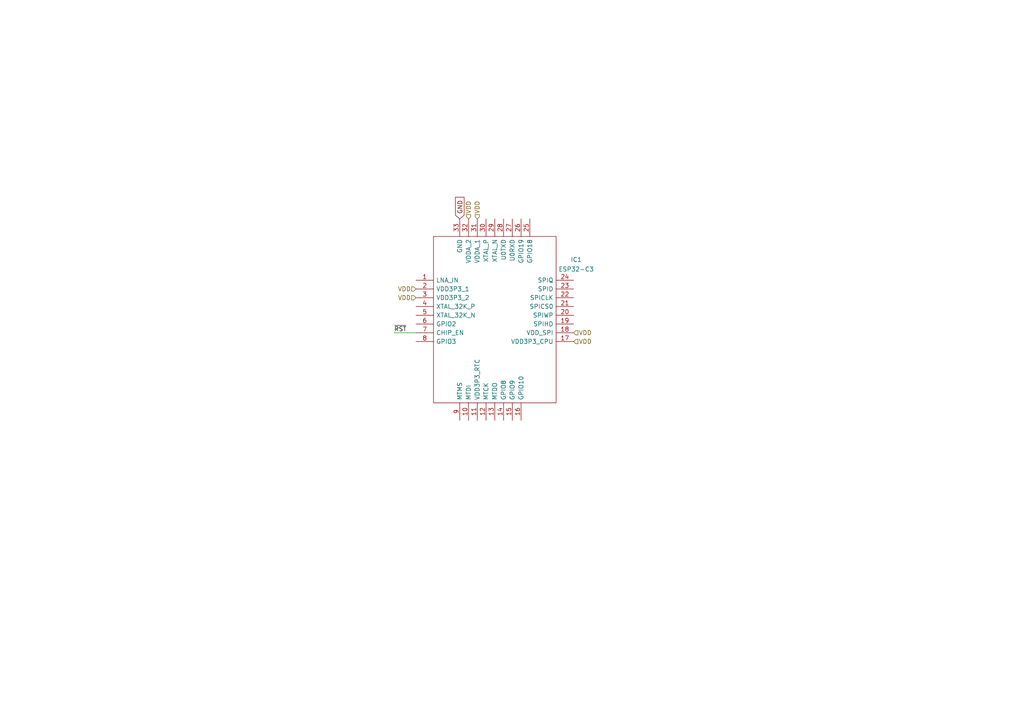
<source format=kicad_sch>
(kicad_sch (version 20211123) (generator eeschema)
  (paper "A4")
  (lib_symbols
    (symbol "SamacSys_Parts:ESP32-C3" (pin_names (offset 0.762))
      (property "Reference" "IC" (at 41.91 17.78 0))
      (property "Value" "ESP32-C3" (at 41.91 15.24 0))
      (symbol "ESP32-C3_0_0"
        (pin passive line (at 0 0 0) (length 5.08) (name "LNA_IN") (number "1"))
        (pin passive line (at 15.24 -40.64 90) (length 5.08) (name "MTDI") (number "10"))
        (pin passive line (at 17.78 -40.64 90) (length 5.08) (name "VDD3P3_RTC") (number "11"))
        (pin passive line (at 20.32 -40.64 90) (length 5.08) (name "MTCK") (number "12"))
        (pin passive line (at 22.86 -40.64 90) (length 5.08) (name "MTDO") (number "13"))
        (pin passive line (at 25.4 -40.64 90) (length 5.08) (name "GPIO8") (number "14"))
        (pin passive line (at 27.94 -40.64 90) (length 5.08) (name "GPIO9") (number "15"))
        (pin passive line (at 30.48 -40.64 90) (length 5.08) (name "GPIO10") (number "16"))
        (pin passive line (at 45.72 -17.78 180) (length 5.08) (name "VDD3P3_CPU") (number "17"))
        (pin passive line (at 45.72 -15.24 180) (length 5.08) (name "VDD_SPI") (number "18"))
        (pin passive line (at 45.72 -12.7 180) (length 5.08) (name "SPIHD") (number "19"))
        (pin passive line (at 0 -2.54 0) (length 5.08) (name "VDD3P3_1") (number "2"))
        (pin passive line (at 45.72 -10.16 180) (length 5.08) (name "SPIWP") (number "20"))
        (pin passive line (at 45.72 -7.62 180) (length 5.08) (name "SPICS0") (number "21"))
        (pin passive line (at 45.72 -5.08 180) (length 5.08) (name "SPICLK") (number "22"))
        (pin passive line (at 45.72 -2.54 180) (length 5.08) (name "SPID") (number "23"))
        (pin passive line (at 45.72 0 180) (length 5.08) (name "SPIQ") (number "24"))
        (pin passive line (at 33.02 17.78 270) (length 5.08) (name "GPIO18") (number "25"))
        (pin passive line (at 30.48 17.78 270) (length 5.08) (name "GPIO19") (number "26"))
        (pin passive line (at 27.94 17.78 270) (length 5.08) (name "U0RXD") (number "27"))
        (pin passive line (at 25.4 17.78 270) (length 5.08) (name "U0TXD") (number "28"))
        (pin passive line (at 22.86 17.78 270) (length 5.08) (name "XTAL_N") (number "29"))
        (pin passive line (at 0 -5.08 0) (length 5.08) (name "VDD3P3_2") (number "3"))
        (pin passive line (at 20.32 17.78 270) (length 5.08) (name "XTAL_P") (number "30"))
        (pin passive line (at 17.78 17.78 270) (length 5.08) (name "VDDA_1") (number "31"))
        (pin passive line (at 15.24 17.78 270) (length 5.08) (name "VDDA_2") (number "32"))
        (pin passive line (at 12.7 17.78 270) (length 5.08) (name "GND") (number "33"))
        (pin passive line (at 0 -7.62 0) (length 5.08) (name "XTAL_32K_P") (number "4"))
        (pin passive line (at 0 -10.16 0) (length 5.08) (name "XTAL_32K_N") (number "5"))
        (pin passive line (at 0 -12.7 0) (length 5.08) (name "GPIO2") (number "6"))
        (pin passive line (at 0 -15.24 0) (length 5.08) (name "CHIP_EN") (number "7"))
        (pin passive line (at 0 -17.78 0) (length 5.08) (name "GPIO3") (number "8"))
        (pin passive line (at 12.7 -40.64 90) (length 5.08) (name "MTMS") (number "9"))
      )
      (symbol "ESP32-C3_0_1"
        (polyline (pts (xy 5.08 12.7) (xy 40.64 12.7) (xy 40.64 -35.56) (xy 5.08 -35.56) (xy 5.08 12.7)) (stroke (width 0.1524)))
      )
    )
  )
  (wire (pts (xy 120.65 96.52) (xy 114.3 96.52)))
  (label "~{RST}" (at 114.3 96.52 0))
  (global_label "GND" (shape input) (at 133.35 63.5 90) (property "Intersheet References" "${INTERSHEET_REFS}" (effects hide)))
  (hierarchical_label "VDD" (shape input) (at 138.43 63.5 90))
  (hierarchical_label "VDD" (shape input) (at 120.65 86.36 180))
  (hierarchical_label "VDD" (shape input) (at 166.37 99.06 0))
  (hierarchical_label "VDD" (shape input) (at 135.89 63.5 90))
  (hierarchical_label "VDD" (shape input) (at 166.37 96.52 0))
  (hierarchical_label "VDD" (shape input) (at 120.65 83.82 180))
  (symbol (lib_id "SamacSys_Parts:ESP32-C3") (at 120.65 81.28 0)
    (property "Reference" "IC1" (at 167.1303 75.3067 0))
    (property "Value" "ESP32-C3" (at 167.1303 78.0818 0))
    (property "Footprint" "QFN50P500X500X90-33N-D" (effects hide))
    (property "Datasheet" "https://www.espressif.com/sites/default/files/documentation/esp32-c3_datasheet_en.pdf" (effects hide))
    (property "Description" "Ultra-Low-Power SoC with RISC-V Single-Core CPU" (effects hide))
    (property "Height" "0.9" (effects hide))
    (property "Mouser Part Number" "356-ESP32-C3" (effects hide))
    (property "Mouser Price/Stock" "https://www.mouser.co.uk/ProductDetail/Espressif-Systems/ESP32-C3?qs=iLbezkQI%252BsiMXe7tMG%252Bo%2FA%3D%3D" (effects hide))
    (property "Manufacturer_Name" "Espressif Systems" (effects hide))
    (property "Manufacturer_Part_Number" "ESP32-C3" (effects hide))
  )
)
</source>
